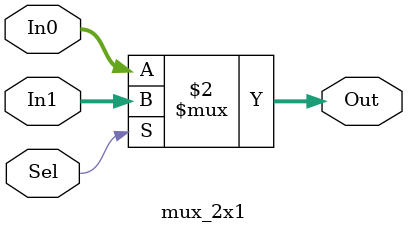
<source format=v>
/* Top Level*/
/**
 * Adder is split into 4-bit groupings
 * Each group produces a+b and a+b+1 in parallel
 * Each group produces 1 carry bit stored in carry_chain
 **/
module carry_select_adder(

  input wire [31:0] A,
  input wire [31:0] B,
  input wire Cin,
  output wire [31:0] Y,
  output wire Cout
);
  /* verilator lint_off UNOPTFLAT */
  wire [7:0] carry_chain;

  full_adder Group1 (A[3:0], B[3:0], Cin, Y[3:0], carry_chain[0]);

  genvar i;
  for (i=0; i<7; i=i+1) begin: adder
    wire c0_carry;
    wire c1_carry;
    wire [3:0] c0_sum;
    wire [3:0] c1_sum;
    full_adder u1 (A[4*(i+2)-1 : 4*(i+1)], B[4*(i+2)-1 : 4*(i+1)],
                   1'b0, c0_sum[3:0], c0_carry);
    full_adder u2 (A[4*(i+2)-1 : 4*(i+1)], B[4*(i+2)-1 : 4*(i+1)],
                   1'b1, c1_sum[3:0], c1_carry);
    mux_2x1 u3 (c0_sum[3:0], c1_sum[3:0], carry_chain[i], Y[4*(i+2)-1 : 4*(i+1)]);
    carry_select u4 (c0_carry, c1_carry, carry_chain[i], carry_chain[i+1]); 
  end

  assign Cout = carry_chain[7];

endmodule

//Grouped in 4 bits
module full_adder ( 

  input wire [3:0] A,
  input wire [3:0] B,
  input wire Cin,
  output reg [3:0] Y,
  output reg Cout
);

  wire [3:0] carry_chain;

  //always @ (*) begin
    assign carry_chain[0] = Cin;
    assign carry_chain[3:1] = (A[2:0] & B[2:0]) | (A[2:0] & carry_chain[2:0]) | (B[2:0] & carry_chain[2:0]);
  //end
  
  always @ (*) begin
    Y = A ^ B ^ carry_chain;
    Cout = (A[3] & B[3]) | (A[3] & carry_chain[3]) | (B[3] & carry_chain[3]);
  end
  
endmodule

//Basically OR and AND gate
module carry_select (

  input wire A, B, C,
  output reg Y
);
  always @ (*) begin
    Y = A | (B & C);
  end

endmodule

//2 to 1 mux, 4bit bus
module mux_2x1 (

  input wire [3:0] In0,
  input wire [3:0] In1,
  input wire Sel,
  output reg [3:0] Out
);

  always @ (*) begin
    Out = Sel ? In1 : In0;
  end
  
endmodule

</source>
